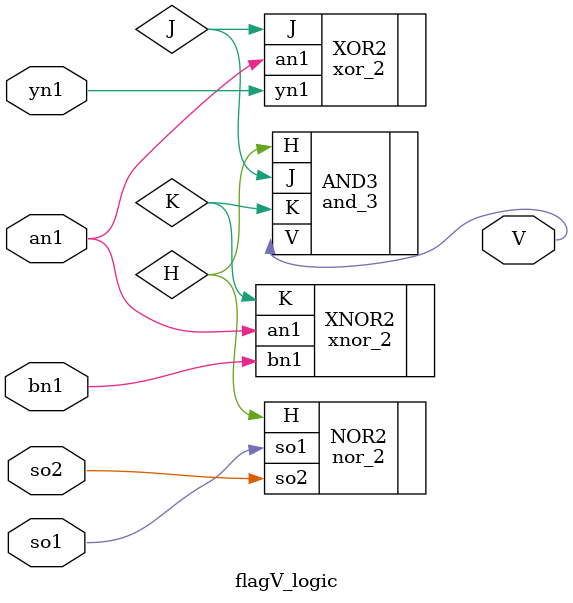
<source format=sv>

module flagV_logic (input logic so2,so1,yn1,an1,bn1, output logic V);	

			
		logic H,J,K;
		
		nor_2 NOR2(.so2(so2), .so1(so1), .H(H));
		xor_2 XOR2(.yn1(yn1), .an1(an1), .J(J));
		xnor_2 XNOR2(.an1(an1), .bn1(bn1), .K(K));
		and_3 AND3(.H(H), .J(J), .K(K), .V(V));
		
		
		
endmodule



		
</source>
